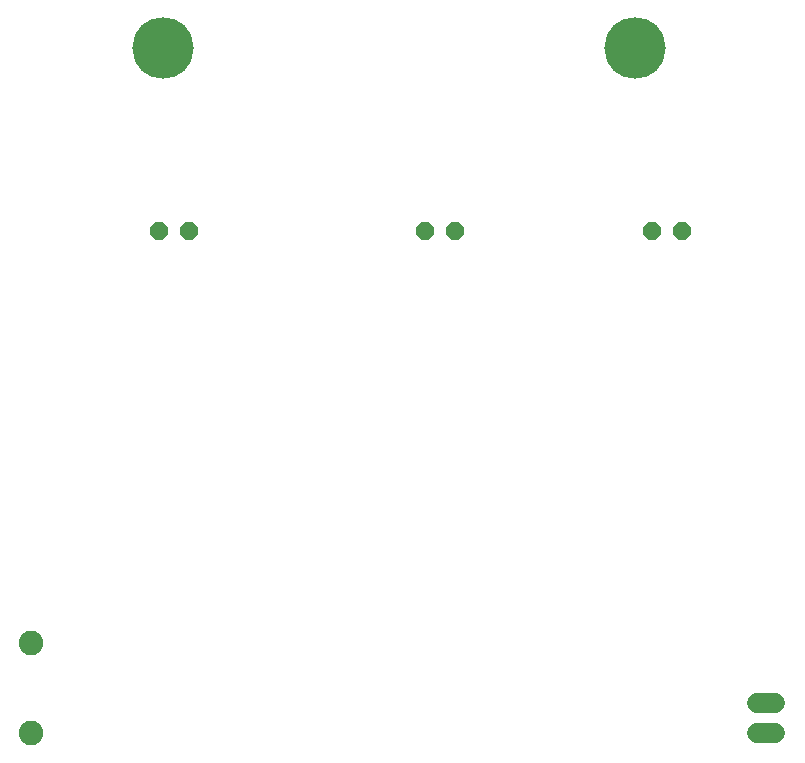
<source format=gbr>
G04 EAGLE Gerber RS-274X export*
G75*
%MOMM*%
%FSLAX34Y34*%
%LPD*%
%INSoldermask Bottom*%
%IPPOS*%
%AMOC8*
5,1,8,0,0,1.08239X$1,22.5*%
G01*
%ADD10C,5.203200*%
%ADD11C,1.727200*%
%ADD12P,1.649562X8X22.500000*%
%ADD13C,2.082800*%


D10*
X200000Y1646000D03*
X600000Y1646000D03*
D11*
X703580Y1092200D02*
X718820Y1092200D01*
X718820Y1066800D02*
X703580Y1066800D01*
D12*
X197100Y1491400D03*
X222500Y1491400D03*
X422400Y1491400D03*
X447800Y1491400D03*
X614300Y1491400D03*
X639700Y1491400D03*
D13*
X88900Y1143000D03*
X88900Y1066800D03*
M02*

</source>
